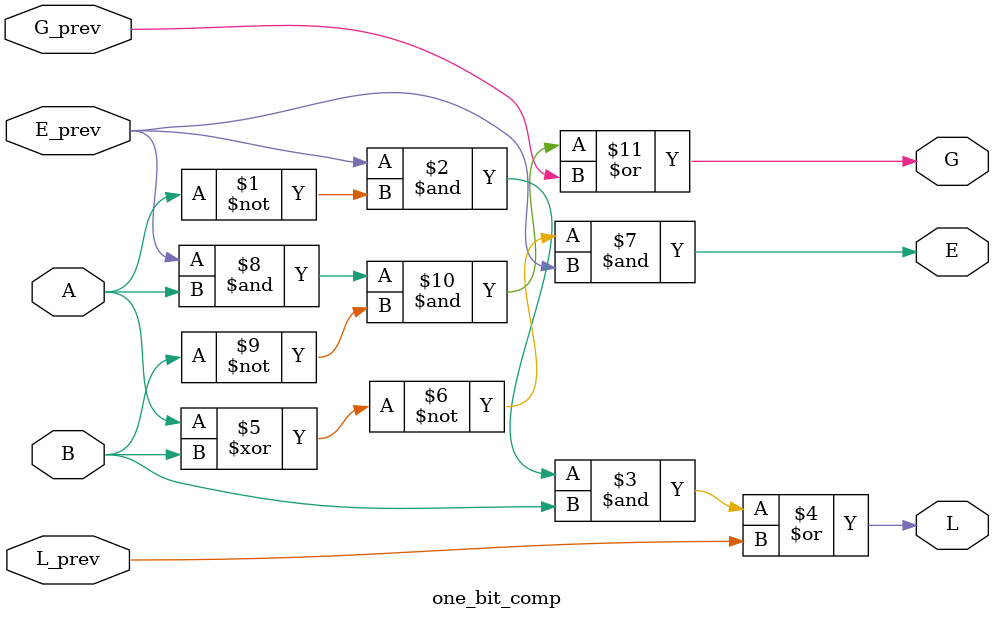
<source format=v>
module one_bit_comp(A, B, L_prev, E_prev, G_prev, L, E, G);

    input A, B, L_prev, E_prev, G_prev;

    output L, E, G;

    // when L_prev = 1 OR when previous sets of bits were equal AND and current bit of A is smaller (which is 0) to that of B(which is 1) 
    assign L= (E_prev & (~A) & B) | L_prev ;

    // when E_prev = 1 AND currents set bits are equal
    assign E =  (~(A^B)) & E_prev;
    
    // when G_prev = 1 OR when previous were equal AND current bit of A is larger (which is 1) to that of B (which is 0)
    assign G = (E_prev & A & (~B)) | G_prev;
    
endmodule
</source>
